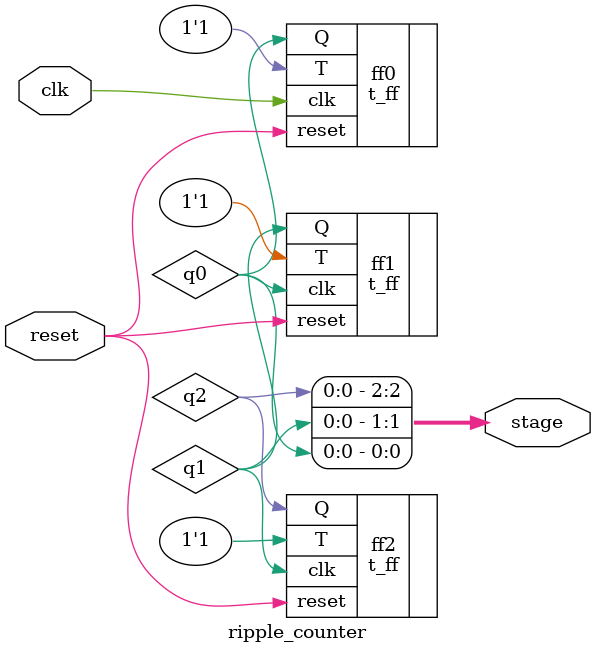
<source format=v>
module ripple_counter(
    input clk,
    input reset,
    output [2:0] stage // led[0:2]
);
    wire q0, q1, q2;

    // Each T flip-flop toggles its output (T=1)
    t_ff ff0 (.clk(clk), .reset(reset), .T(1'b1), .Q(q0));
    t_ff ff1 (.clk(q0), .reset(reset), .T(1'b1), .Q(q1));
    t_ff ff2 (.clk(q1), .reset(reset), .T(1'b1), .Q(q2));

    assign stage = {q2, q1, q0};

endmodule

</source>
